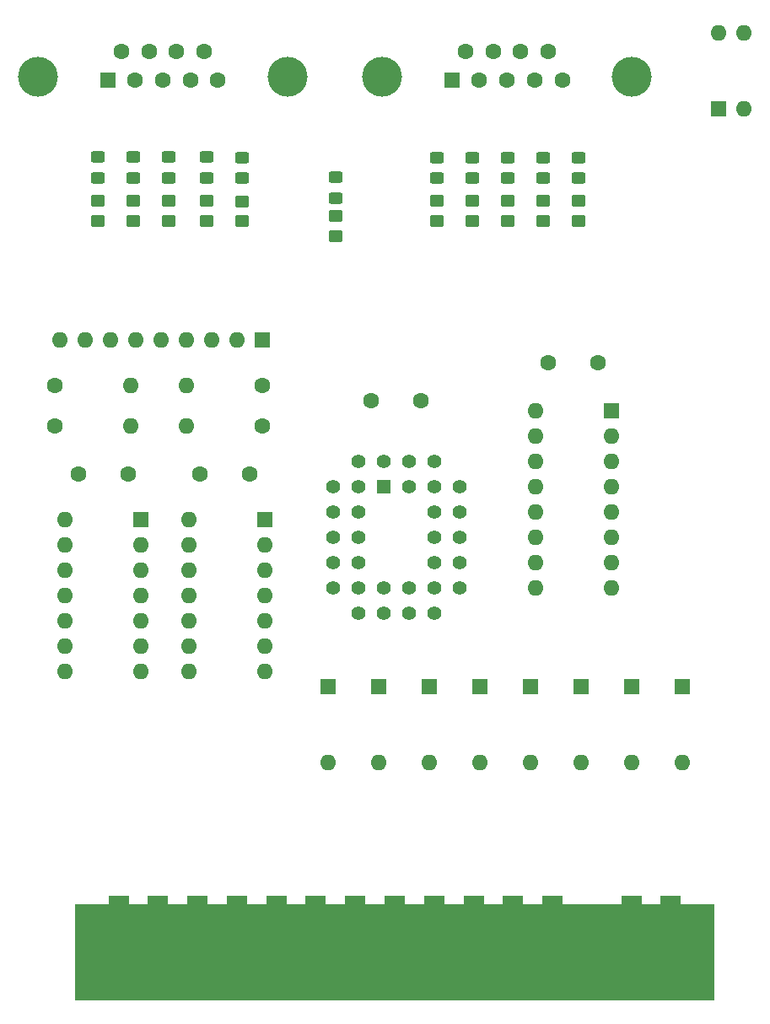
<source format=gbr>
%TF.GenerationSoftware,KiCad,Pcbnew,8.0.2*%
%TF.CreationDate,2025-01-17T11:14:38+01:00*%
%TF.ProjectId,p2000t-joystick-slot2-eeprom,70323030-3074-42d6-9a6f-79737469636b,rev?*%
%TF.SameCoordinates,Original*%
%TF.FileFunction,Soldermask,Top*%
%TF.FilePolarity,Negative*%
%FSLAX46Y46*%
G04 Gerber Fmt 4.6, Leading zero omitted, Abs format (unit mm)*
G04 Created by KiCad (PCBNEW 8.0.2) date 2025-01-17 11:14:38*
%MOMM*%
%LPD*%
G01*
G04 APERTURE LIST*
G04 Aperture macros list*
%AMRoundRect*
0 Rectangle with rounded corners*
0 $1 Rounding radius*
0 $2 $3 $4 $5 $6 $7 $8 $9 X,Y pos of 4 corners*
0 Add a 4 corners polygon primitive as box body*
4,1,4,$2,$3,$4,$5,$6,$7,$8,$9,$2,$3,0*
0 Add four circle primitives for the rounded corners*
1,1,$1+$1,$2,$3*
1,1,$1+$1,$4,$5*
1,1,$1+$1,$6,$7*
1,1,$1+$1,$8,$9*
0 Add four rect primitives between the rounded corners*
20,1,$1+$1,$2,$3,$4,$5,0*
20,1,$1+$1,$4,$5,$6,$7,0*
20,1,$1+$1,$6,$7,$8,$9,0*
20,1,$1+$1,$8,$9,$2,$3,0*%
G04 Aperture macros list end*
%ADD10C,0.100000*%
%ADD11C,1.600000*%
%ADD12O,1.600000X1.600000*%
%ADD13RoundRect,0.250000X-0.450000X0.350000X-0.450000X-0.350000X0.450000X-0.350000X0.450000X0.350000X0*%
%ADD14RoundRect,0.250000X0.450000X-0.350000X0.450000X0.350000X-0.450000X0.350000X-0.450000X-0.350000X0*%
%ADD15RoundRect,0.250000X0.450000X-0.325000X0.450000X0.325000X-0.450000X0.325000X-0.450000X-0.325000X0*%
%ADD16R,1.422400X1.422400*%
%ADD17C,1.422400*%
%ADD18R,1.600000X1.600000*%
%ADD19C,4.000000*%
%ADD20R,2.000000X10.000000*%
G04 APERTURE END LIST*
D10*
X35560000Y-116840000D02*
X99695000Y-116840000D01*
X99695000Y-126365000D01*
X35560000Y-126365000D01*
X35560000Y-116840000D01*
G36*
X35560000Y-116840000D02*
G01*
X99695000Y-116840000D01*
X99695000Y-126365000D01*
X35560000Y-126365000D01*
X35560000Y-116840000D01*
G37*
D11*
%TO.C,R2*%
X54356000Y-68834000D03*
D12*
X46736000Y-68834000D03*
%TD*%
D11*
%TO.C,R1*%
X54356000Y-64770000D03*
D12*
X46736000Y-64770000D03*
%TD*%
D13*
%TO.C,R15*%
X61722000Y-49752000D03*
X61722000Y-47752000D03*
%TD*%
%TO.C,R14*%
X86106000Y-46260000D03*
X86106000Y-48260000D03*
%TD*%
%TO.C,R13*%
X82550000Y-46260000D03*
X82550000Y-48260000D03*
%TD*%
%TO.C,R12*%
X78994000Y-46260000D03*
X78994000Y-48260000D03*
%TD*%
D14*
%TO.C,R11*%
X75438000Y-48228000D03*
X75438000Y-46228000D03*
%TD*%
D13*
%TO.C,R10*%
X71882000Y-46260000D03*
X71882000Y-48260000D03*
%TD*%
%TO.C,R9*%
X52324000Y-46278000D03*
X52324000Y-48278000D03*
%TD*%
%TO.C,R8*%
X48768000Y-46246000D03*
X48768000Y-48246000D03*
%TD*%
%TO.C,R7*%
X44958000Y-48246000D03*
X44958000Y-46246000D03*
%TD*%
%TO.C,R6*%
X41402000Y-48246000D03*
X41402000Y-46246000D03*
%TD*%
D15*
%TO.C,D19*%
X61722000Y-45935000D03*
X61722000Y-43885000D03*
%TD*%
%TO.C,D18*%
X86106000Y-43942000D03*
X86106000Y-41892000D03*
%TD*%
%TO.C,D17*%
X82550000Y-41901000D03*
X82550000Y-43951000D03*
%TD*%
%TO.C,D16*%
X78994000Y-43951000D03*
X78994000Y-41901000D03*
%TD*%
%TO.C,D15*%
X75438000Y-43951000D03*
X75438000Y-41901000D03*
%TD*%
%TO.C,D14*%
X71882000Y-43960000D03*
X71882000Y-41910000D03*
%TD*%
%TO.C,D13*%
X52324000Y-43942000D03*
X52324000Y-41892000D03*
%TD*%
%TO.C,D12*%
X48768000Y-43910000D03*
X48768000Y-41860000D03*
%TD*%
%TO.C,D11*%
X44958000Y-43910000D03*
X44958000Y-41860000D03*
%TD*%
%TO.C,D10*%
X41402000Y-43910000D03*
X41402000Y-41860000D03*
%TD*%
D16*
%TO.C,U4*%
X66548000Y-74930000D03*
D17*
X69088000Y-72390000D03*
X69088000Y-74930000D03*
X71628000Y-72390000D03*
X74168000Y-74930000D03*
X71628000Y-74930000D03*
X74168000Y-77470000D03*
X71628000Y-77470000D03*
X74168000Y-80010000D03*
X71628000Y-80010000D03*
X74168000Y-82550000D03*
X71628000Y-82550000D03*
X74168000Y-85090000D03*
X71628000Y-87630000D03*
X71628000Y-85090000D03*
X69088000Y-87630000D03*
X69088000Y-85090000D03*
X66548000Y-87630000D03*
X66548000Y-85090000D03*
X64008000Y-87630000D03*
X61468000Y-85090000D03*
X64008000Y-85090000D03*
X61468000Y-82550000D03*
X64008000Y-82550000D03*
X61468000Y-80010000D03*
X64008000Y-80010000D03*
X61468000Y-77470000D03*
X64008000Y-77470000D03*
X61468000Y-74930000D03*
X64008000Y-72390000D03*
X64008000Y-74930000D03*
X66548000Y-72390000D03*
%TD*%
D12*
%TO.C,U3*%
X81788000Y-67310000D03*
X81788000Y-69850000D03*
X81788000Y-72390000D03*
X81788000Y-74930000D03*
X81788000Y-77470000D03*
X81788000Y-80010000D03*
X81788000Y-82550000D03*
X81788000Y-85090000D03*
X89408000Y-85090000D03*
X89408000Y-82550000D03*
X89408000Y-80010000D03*
X89408000Y-77470000D03*
X89408000Y-74930000D03*
X89408000Y-72390000D03*
X89408000Y-69850000D03*
D18*
X89408000Y-67310000D03*
%TD*%
%TO.C,U2*%
X54610000Y-78232000D03*
D12*
X54610000Y-80772000D03*
X54610000Y-83312000D03*
X54610000Y-85852000D03*
X54610000Y-88392000D03*
X54610000Y-90932000D03*
X54610000Y-93472000D03*
X46990000Y-93472000D03*
X46990000Y-90932000D03*
X46990000Y-88392000D03*
X46990000Y-85852000D03*
X46990000Y-83312000D03*
X46990000Y-80772000D03*
X46990000Y-78232000D03*
%TD*%
D18*
%TO.C,U1*%
X42164000Y-78232000D03*
D12*
X42164000Y-80772000D03*
X42164000Y-83312000D03*
X42164000Y-85852000D03*
X42164000Y-88392000D03*
X42164000Y-90932000D03*
X42164000Y-93472000D03*
X34544000Y-93472000D03*
X34544000Y-90932000D03*
X34544000Y-88392000D03*
X34544000Y-85852000D03*
X34544000Y-83312000D03*
X34544000Y-80772000D03*
X34544000Y-78232000D03*
%TD*%
D18*
%TO.C,SW1*%
X100203000Y-36957000D03*
D12*
X102743000Y-36957000D03*
X102743000Y-29337000D03*
X100203000Y-29337000D03*
%TD*%
D13*
%TO.C,R5*%
X37846000Y-46244000D03*
X37846000Y-48244000D03*
%TD*%
D19*
%TO.C,J3*%
X66446000Y-33782000D03*
X91446000Y-33782000D03*
D18*
X73406000Y-34082000D03*
D11*
X76176000Y-34082000D03*
X78946000Y-34082000D03*
X81716000Y-34082000D03*
X84486000Y-34082000D03*
X74791000Y-31242000D03*
X77561000Y-31242000D03*
X80331000Y-31242000D03*
X83101000Y-31242000D03*
%TD*%
D20*
%TO.C,J2*%
X43917000Y-120959000D03*
X47877000Y-120959000D03*
X51837000Y-120959000D03*
X55797000Y-120959000D03*
X59757000Y-120959000D03*
X63717000Y-120959000D03*
X67677000Y-120959000D03*
X71637000Y-120959000D03*
X75597000Y-120959000D03*
X79557000Y-120959000D03*
X83517000Y-120959000D03*
X95397000Y-120959000D03*
X39957000Y-120959000D03*
X91451400Y-120959000D03*
%TD*%
D11*
%TO.C,C4*%
X53086000Y-73660000D03*
X48086000Y-73660000D03*
%TD*%
%TO.C,C3*%
X35894000Y-73660000D03*
X40894000Y-73660000D03*
%TD*%
%TO.C,C2*%
X88108000Y-62494000D03*
X83108000Y-62494000D03*
%TD*%
D19*
%TO.C,J1*%
X31896000Y-33782000D03*
X56896000Y-33782000D03*
D18*
X38856000Y-34082000D03*
D11*
X41626000Y-34082000D03*
X44396000Y-34082000D03*
X47166000Y-34082000D03*
X49936000Y-34082000D03*
X40241000Y-31242000D03*
X43011000Y-31242000D03*
X45781000Y-31242000D03*
X48551000Y-31242000D03*
%TD*%
D12*
%TO.C,D6*%
X71120000Y-102616000D03*
D18*
X71120000Y-94996000D03*
%TD*%
D11*
%TO.C,C1*%
X70318000Y-66294000D03*
X65318000Y-66294000D03*
%TD*%
%TO.C,R3*%
X33528000Y-68820000D03*
D12*
X41148000Y-68820000D03*
%TD*%
D18*
%TO.C,RN1*%
X54356000Y-60198000D03*
D12*
X51816000Y-60198000D03*
X49276000Y-60198000D03*
X46736000Y-60198000D03*
X44196000Y-60198000D03*
X41656000Y-60198000D03*
X39116000Y-60198000D03*
X36576000Y-60198000D03*
X34036000Y-60198000D03*
%TD*%
D18*
%TO.C,D8*%
X60960000Y-94996000D03*
D12*
X60960000Y-102616000D03*
%TD*%
%TO.C,D5*%
X76200000Y-102616000D03*
D18*
X76200000Y-94996000D03*
%TD*%
D12*
%TO.C,D3*%
X86360000Y-102616000D03*
D18*
X86360000Y-94996000D03*
%TD*%
D12*
%TO.C,D4*%
X81280000Y-102616000D03*
D18*
X81280000Y-94996000D03*
%TD*%
D11*
%TO.C,R4*%
X33528000Y-64770000D03*
D12*
X41148000Y-64770000D03*
%TD*%
%TO.C,D1*%
X96520000Y-102616000D03*
D18*
X96520000Y-94996000D03*
%TD*%
D12*
%TO.C,D7*%
X66040000Y-102616000D03*
D18*
X66040000Y-94996000D03*
%TD*%
D12*
%TO.C,D2*%
X91440000Y-102616000D03*
D18*
X91440000Y-94996000D03*
%TD*%
D15*
%TO.C,D9*%
X37846000Y-41860000D03*
X37846000Y-43910000D03*
%TD*%
M02*

</source>
